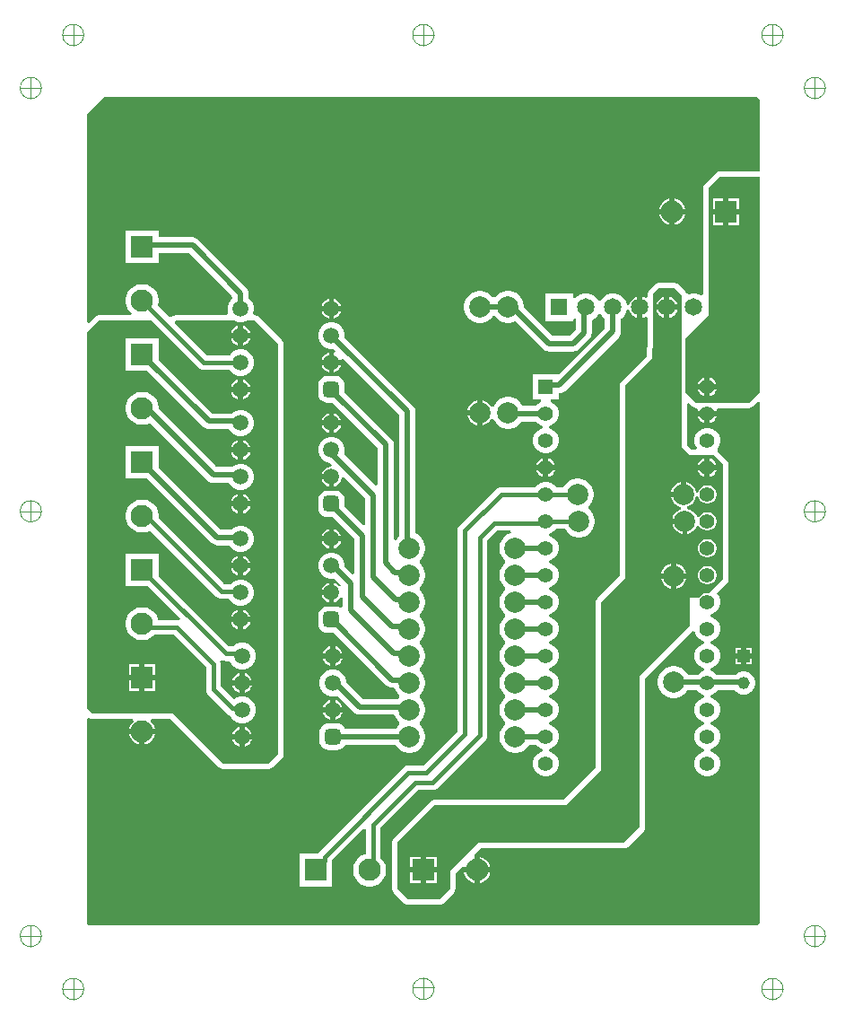
<source format=gbl>
G04*
G04 #@! TF.GenerationSoftware,Altium Limited,Altium Designer,25.2.1 (25)*
G04*
G04 Layer_Physical_Order=2*
G04 Layer_Color=16711680*
%FSLAX44Y44*%
%MOMM*%
G71*
G04*
G04 #@! TF.SameCoordinates,1C064638-B53A-42AB-B659-0CA3A7FDC49E*
G04*
G04*
G04 #@! TF.FilePolarity,Positive*
G04*
G01*
G75*
%ADD10C,0.0100*%
%ADD19C,1.1500*%
%ADD20R,1.1500X1.1500*%
%ADD23C,1.4140*%
%ADD24R,1.4140X1.4140*%
%ADD27R,2.1000X2.1000*%
%ADD28C,2.1000*%
%ADD29R,2.1000X2.1000*%
%ADD30C,2.0000*%
%ADD31C,1.6500*%
%ADD32R,1.6500X1.6500*%
%ADD33C,1.5000*%
G04:AMPARAMS|DCode=34|XSize=1.5mm|YSize=1.5mm|CornerRadius=0.375mm|HoleSize=0mm|Usage=FLASHONLY|Rotation=90.000|XOffset=0mm|YOffset=0mm|HoleType=Round|Shape=RoundedRectangle|*
%AMROUNDEDRECTD34*
21,1,1.5000,0.7500,0,0,90.0*
21,1,0.7500,1.5000,0,0,90.0*
1,1,0.7500,0.3750,0.3750*
1,1,0.7500,0.3750,-0.3750*
1,1,0.7500,-0.3750,-0.3750*
1,1,0.7500,-0.3750,0.3750*
%
%ADD34ROUNDEDRECTD34*%
%ADD35C,0.5000*%
%ADD36C,0.3810*%
G36*
X1775166Y1901143D02*
X1775477Y1901062D01*
X1776063Y1900802D01*
X1776598Y1900449D01*
X1777069Y1900013D01*
X1777461Y1899505D01*
X1777765Y1898940D01*
X1777973Y1898333D01*
X1778078Y1897701D01*
Y1831422D01*
X1778000Y1831358D01*
X1739900D01*
X1737949Y1830970D01*
X1736295Y1829865D01*
X1726135Y1819705D01*
X1725030Y1818051D01*
X1724642Y1816100D01*
Y1715557D01*
X1722642Y1714402D01*
X1720884Y1715417D01*
X1717514Y1716320D01*
X1714026D01*
X1711262Y1715580D01*
X1710138Y1715866D01*
X1709050Y1716451D01*
X1707945Y1718105D01*
X1701595Y1724455D01*
X1699941Y1725560D01*
X1697990Y1725948D01*
X1682750D01*
X1680799Y1725560D01*
X1679145Y1724455D01*
X1674065Y1719375D01*
X1672960Y1717721D01*
X1672572Y1715770D01*
Y1712653D01*
X1670572Y1711708D01*
X1668939Y1712651D01*
X1667470Y1713045D01*
Y1703070D01*
Y1693095D01*
X1668939Y1693489D01*
X1670572Y1694432D01*
X1672572Y1693487D01*
Y1674030D01*
X1671441Y1657060D01*
X1647395Y1633015D01*
X1646290Y1631361D01*
X1645902Y1629410D01*
Y1449912D01*
X1624535Y1428545D01*
X1623430Y1426891D01*
X1623042Y1424940D01*
Y1268302D01*
X1593008Y1238268D01*
X1470660D01*
X1468709Y1237880D01*
X1467055Y1236775D01*
X1432765Y1202485D01*
X1431660Y1200831D01*
X1431272Y1198880D01*
Y1154430D01*
X1431660Y1152479D01*
X1432765Y1150825D01*
X1442925Y1140665D01*
X1444579Y1139560D01*
X1446530Y1139172D01*
X1475740D01*
X1477691Y1139560D01*
X1479345Y1140665D01*
X1489505Y1150825D01*
X1490610Y1152479D01*
X1490998Y1154430D01*
Y1168828D01*
X1496942Y1174772D01*
X1497067Y1174710D01*
X1508800D01*
Y1186443D01*
X1508738Y1186568D01*
X1514682Y1192512D01*
X1649730D01*
X1651681Y1192900D01*
X1653335Y1194005D01*
X1668575Y1209245D01*
X1669680Y1210899D01*
X1670068Y1212850D01*
Y1352978D01*
X1714480Y1397390D01*
X1716711Y1396792D01*
X1717223Y1394881D01*
X1718812Y1392129D01*
X1721059Y1389882D01*
X1723811Y1388293D01*
X1725368Y1387875D01*
Y1385805D01*
X1723811Y1385387D01*
X1721059Y1383798D01*
X1718812Y1381551D01*
X1717223Y1378799D01*
X1716400Y1375729D01*
Y1372551D01*
X1717223Y1369481D01*
X1718812Y1366729D01*
X1721059Y1364482D01*
X1723811Y1362893D01*
X1725368Y1362475D01*
Y1360405D01*
X1723811Y1359987D01*
X1721059Y1358398D01*
X1719365Y1356705D01*
X1709973D01*
X1708371Y1359102D01*
X1706282Y1361191D01*
X1703825Y1362833D01*
X1701095Y1363963D01*
X1698197Y1364540D01*
X1695243D01*
X1692345Y1363963D01*
X1689615Y1362833D01*
X1687158Y1361191D01*
X1685069Y1359102D01*
X1683427Y1356645D01*
X1682296Y1353915D01*
X1681720Y1351017D01*
Y1348063D01*
X1682296Y1345165D01*
X1683427Y1342435D01*
X1685069Y1339978D01*
X1687158Y1337889D01*
X1689615Y1336247D01*
X1692345Y1335116D01*
X1695243Y1334540D01*
X1698197D01*
X1701095Y1335116D01*
X1703825Y1336247D01*
X1706282Y1337889D01*
X1708371Y1339978D01*
X1709438Y1341575D01*
X1718669D01*
X1718812Y1341329D01*
X1721059Y1339082D01*
X1723811Y1337493D01*
X1725368Y1337075D01*
Y1335005D01*
X1723811Y1334587D01*
X1721059Y1332998D01*
X1718812Y1330751D01*
X1717223Y1327999D01*
X1716400Y1324929D01*
Y1321751D01*
X1717223Y1318681D01*
X1718812Y1315929D01*
X1721059Y1313682D01*
X1723811Y1312093D01*
X1725368Y1311675D01*
Y1309605D01*
X1723811Y1309187D01*
X1721059Y1307598D01*
X1718812Y1305351D01*
X1717223Y1302599D01*
X1716400Y1299529D01*
Y1296351D01*
X1717223Y1293281D01*
X1718812Y1290529D01*
X1721059Y1288282D01*
X1723811Y1286693D01*
X1725368Y1286275D01*
Y1284205D01*
X1723811Y1283787D01*
X1721059Y1282198D01*
X1718812Y1279951D01*
X1717223Y1277199D01*
X1716400Y1274129D01*
Y1270951D01*
X1717223Y1267881D01*
X1718812Y1265129D01*
X1721059Y1262882D01*
X1723811Y1261293D01*
X1726881Y1260470D01*
X1730059D01*
X1733129Y1261293D01*
X1735881Y1262882D01*
X1738128Y1265129D01*
X1739717Y1267881D01*
X1740540Y1270951D01*
Y1274129D01*
X1739717Y1277199D01*
X1738128Y1279951D01*
X1735881Y1282198D01*
X1733129Y1283787D01*
X1731572Y1284205D01*
Y1286275D01*
X1733129Y1286693D01*
X1735881Y1288282D01*
X1738128Y1290529D01*
X1739717Y1293281D01*
X1740540Y1296351D01*
Y1299529D01*
X1739717Y1302599D01*
X1738128Y1305351D01*
X1735881Y1307598D01*
X1733129Y1309187D01*
X1731572Y1309605D01*
Y1311675D01*
X1733129Y1312093D01*
X1735881Y1313682D01*
X1738128Y1315929D01*
X1739717Y1318681D01*
X1740540Y1321751D01*
Y1324929D01*
X1739717Y1327999D01*
X1738128Y1330751D01*
X1735881Y1332998D01*
X1733129Y1334587D01*
X1731572Y1335005D01*
Y1337075D01*
X1733129Y1337493D01*
X1735881Y1339082D01*
X1738128Y1341329D01*
X1738271Y1341575D01*
X1754722D01*
X1756159Y1340138D01*
X1758611Y1338723D01*
X1761345Y1337990D01*
X1764175D01*
X1766909Y1338723D01*
X1769361Y1340138D01*
X1771362Y1342139D01*
X1772777Y1344591D01*
X1773510Y1347325D01*
Y1350155D01*
X1772777Y1352889D01*
X1771362Y1355341D01*
X1769361Y1357342D01*
X1766909Y1358757D01*
X1764175Y1359490D01*
X1761345D01*
X1758611Y1358757D01*
X1756159Y1357342D01*
X1755522Y1356705D01*
X1737575D01*
X1735881Y1358398D01*
X1733129Y1359987D01*
X1731572Y1360405D01*
Y1362475D01*
X1733129Y1362893D01*
X1735881Y1364482D01*
X1738128Y1366729D01*
X1739717Y1369481D01*
X1740540Y1372551D01*
Y1375729D01*
X1739717Y1378799D01*
X1738128Y1381551D01*
X1735881Y1383798D01*
X1733129Y1385387D01*
X1731572Y1385805D01*
Y1387875D01*
X1733129Y1388293D01*
X1735881Y1389882D01*
X1738128Y1392129D01*
X1739717Y1394881D01*
X1740540Y1397951D01*
Y1401129D01*
X1739717Y1404199D01*
X1738128Y1406951D01*
X1735881Y1409198D01*
X1733129Y1410787D01*
X1731572Y1411205D01*
Y1413275D01*
X1733129Y1413693D01*
X1735881Y1415282D01*
X1738128Y1417529D01*
X1739717Y1420281D01*
X1740540Y1423351D01*
Y1426529D01*
X1739717Y1429599D01*
X1738128Y1432351D01*
X1737435Y1433045D01*
X1747315Y1442925D01*
X1748420Y1444579D01*
X1748808Y1446530D01*
Y1554480D01*
X1748420Y1556431D01*
X1747315Y1558085D01*
X1738425Y1566975D01*
X1738172Y1567144D01*
X1737918Y1569719D01*
X1738128Y1569929D01*
X1739717Y1572681D01*
X1740540Y1575751D01*
Y1578929D01*
X1739717Y1581999D01*
X1738128Y1584751D01*
X1735881Y1586998D01*
X1733129Y1588587D01*
X1730059Y1589410D01*
X1726881D01*
X1723811Y1588587D01*
X1721059Y1586998D01*
X1718812Y1584751D01*
X1717223Y1581999D01*
X1716400Y1578929D01*
Y1575751D01*
X1717223Y1572681D01*
X1718500Y1570468D01*
X1717680Y1568468D01*
X1714072D01*
X1709438Y1573102D01*
Y1611949D01*
X1711286Y1612715D01*
X1714705Y1609295D01*
X1716359Y1608190D01*
X1718310Y1607802D01*
X1718848D01*
X1719867Y1605802D01*
X1719717Y1605240D01*
X1737223D01*
X1737073Y1605802D01*
X1738092Y1607802D01*
X1767840D01*
X1769791Y1608190D01*
X1771445Y1609295D01*
X1776230Y1614080D01*
X1778078Y1613315D01*
Y1123950D01*
Y1123633D01*
X1777975Y1123007D01*
X1777772Y1122407D01*
X1777475Y1121847D01*
X1777091Y1121342D01*
X1776630Y1120907D01*
X1776105Y1120552D01*
X1775529Y1120286D01*
X1775223Y1120202D01*
X1774892Y1120062D01*
X1144479Y1120062D01*
X1144239Y1120246D01*
X1142946Y1121480D01*
X1142922Y1121510D01*
Y1314923D01*
X1144922Y1315626D01*
X1146129Y1314820D01*
X1148080Y1314432D01*
X1185931D01*
X1186759Y1312432D01*
X1185042Y1310715D01*
X1183392Y1307857D01*
X1182766Y1305520D01*
X1195070D01*
X1207374D01*
X1206748Y1307857D01*
X1205098Y1310715D01*
X1203381Y1312432D01*
X1204209Y1314432D01*
X1222168D01*
X1267665Y1268935D01*
X1269319Y1267830D01*
X1271270Y1267442D01*
X1314450D01*
X1316401Y1267830D01*
X1318055Y1268935D01*
X1326963Y1277843D01*
X1328068Y1279497D01*
X1328456Y1281448D01*
Y1668762D01*
X1328068Y1670713D01*
X1326963Y1672367D01*
X1305355Y1693975D01*
X1303701Y1695080D01*
X1301750Y1695468D01*
X1300981D01*
X1299940Y1697468D01*
X1300660Y1700154D01*
Y1703446D01*
X1299808Y1706625D01*
X1298163Y1709475D01*
X1295835Y1711803D01*
X1295725Y1711866D01*
Y1715946D01*
X1295467Y1717903D01*
X1294711Y1719728D01*
X1293509Y1721295D01*
X1247965Y1766839D01*
X1246398Y1768041D01*
X1244574Y1768797D01*
X1242616Y1769055D01*
X1210570D01*
Y1775720D01*
X1179570D01*
Y1744720D01*
X1210570D01*
Y1753925D01*
X1239482D01*
X1279784Y1713623D01*
X1280485Y1711802D01*
X1278158Y1709475D01*
X1276512Y1706625D01*
X1275660Y1703446D01*
Y1700154D01*
X1276380Y1697468D01*
X1275339Y1695468D01*
X1226582D01*
X1224632Y1695080D01*
X1222978Y1693975D01*
X1220543Y1693796D01*
X1209818Y1704521D01*
X1209974Y1704899D01*
X1210570Y1707893D01*
Y1710947D01*
X1209974Y1713941D01*
X1208806Y1716762D01*
X1207110Y1719301D01*
X1204951Y1721460D01*
X1202412Y1723156D01*
X1199591Y1724324D01*
X1196597Y1724920D01*
X1193543D01*
X1190549Y1724324D01*
X1187728Y1723156D01*
X1185189Y1721460D01*
X1183030Y1719301D01*
X1181334Y1716762D01*
X1180166Y1713941D01*
X1179570Y1710947D01*
Y1707893D01*
X1180166Y1704899D01*
X1181334Y1702078D01*
X1183030Y1699539D01*
X1185102Y1697468D01*
X1185079Y1697093D01*
X1184452Y1695468D01*
X1154430D01*
X1152479Y1695080D01*
X1150825Y1693975D01*
X1144770Y1687920D01*
X1142922Y1688685D01*
Y1884840D01*
X1159350Y1901268D01*
X1774859D01*
X1775166Y1901143D01*
D02*
G37*
G36*
X1323358Y1668762D02*
Y1281448D01*
X1314450Y1272540D01*
X1271270D01*
X1224280Y1319530D01*
X1148080D01*
X1142922Y1324688D01*
X1142922Y1678862D01*
X1154430Y1690370D01*
X1204271D01*
X1248565Y1646075D01*
X1250008Y1644969D01*
X1251687Y1644273D01*
X1253490Y1644035D01*
X1277747D01*
X1278158Y1643325D01*
X1280485Y1640997D01*
X1283335Y1639352D01*
X1286514Y1638500D01*
X1289806D01*
X1292985Y1639352D01*
X1295835Y1640997D01*
X1298163Y1643325D01*
X1299808Y1646175D01*
X1300660Y1649354D01*
Y1652646D01*
X1299808Y1655825D01*
X1298163Y1658675D01*
X1295835Y1661003D01*
X1292985Y1662648D01*
X1289806Y1663500D01*
X1286514D01*
X1283335Y1662648D01*
X1280485Y1661003D01*
X1278158Y1658675D01*
X1277747Y1657965D01*
X1256375D01*
X1225817Y1688522D01*
X1226582Y1690370D01*
X1282957D01*
X1283335Y1690152D01*
X1286514Y1689300D01*
X1289806D01*
X1292985Y1690152D01*
X1293363Y1690370D01*
X1301750D01*
X1323358Y1668762D01*
D02*
G37*
G36*
X1778078Y1826182D02*
Y1623138D01*
X1767840Y1612900D01*
X1718310D01*
X1708150Y1623060D01*
Y1674016D01*
X1729740Y1695606D01*
Y1816100D01*
X1739900Y1826260D01*
X1778000D01*
X1778078Y1826182D01*
D02*
G37*
G36*
X1704340Y1714500D02*
Y1570990D01*
X1711960Y1563370D01*
X1734820D01*
X1743710Y1554480D01*
Y1446530D01*
X1730479Y1433299D01*
X1729601Y1433534D01*
X1727339D01*
X1725153Y1432948D01*
X1723193Y1431817D01*
X1721593Y1430217D01*
X1720746Y1428750D01*
X1711960D01*
Y1402080D01*
X1664970Y1355090D01*
Y1212850D01*
X1649730Y1197610D01*
X1512570D01*
X1485900Y1170940D01*
Y1154430D01*
X1475740Y1144270D01*
X1446530D01*
X1436370Y1154430D01*
Y1198880D01*
X1470660Y1233170D01*
X1595120D01*
X1628140Y1266190D01*
Y1424940D01*
X1651000Y1447800D01*
D01*
Y1629410D01*
X1676400Y1654810D01*
X1677670Y1673860D01*
Y1715770D01*
X1682750Y1720850D01*
X1697990D01*
X1704340Y1714500D01*
D02*
G37*
%LPC*%
G36*
X1697950Y1805544D02*
Y1795740D01*
X1707754D01*
X1707128Y1798077D01*
X1705478Y1800935D01*
X1703145Y1803268D01*
X1700287Y1804918D01*
X1697950Y1805544D01*
D02*
G37*
G36*
X1692950D02*
X1690613Y1804918D01*
X1687755Y1803268D01*
X1685422Y1800935D01*
X1683772Y1798077D01*
X1683146Y1795740D01*
X1692950D01*
Y1805544D01*
D02*
G37*
G36*
X1707754Y1790740D02*
X1697950D01*
Y1780936D01*
X1700287Y1781562D01*
X1703145Y1783212D01*
X1705478Y1785545D01*
X1707128Y1788403D01*
X1707754Y1790740D01*
D02*
G37*
G36*
X1692950D02*
X1683146D01*
X1683772Y1788403D01*
X1685422Y1785545D01*
X1687755Y1783212D01*
X1690613Y1781562D01*
X1692950Y1780936D01*
Y1790740D01*
D02*
G37*
G36*
X1541987Y1718540D02*
X1539033D01*
X1536135Y1717964D01*
X1533405Y1716833D01*
X1530948Y1715191D01*
X1528859Y1713102D01*
X1528378Y1712382D01*
X1525972D01*
X1525491Y1713102D01*
X1523402Y1715191D01*
X1520945Y1716833D01*
X1518215Y1717964D01*
X1515317Y1718540D01*
X1512363D01*
X1509465Y1717964D01*
X1506735Y1716833D01*
X1504278Y1715191D01*
X1502189Y1713102D01*
X1500547Y1710645D01*
X1499417Y1707915D01*
X1498840Y1705017D01*
Y1702063D01*
X1499417Y1699165D01*
X1500547Y1696435D01*
X1502189Y1693978D01*
X1504278Y1691889D01*
X1506735Y1690247D01*
X1509465Y1689117D01*
X1512363Y1688540D01*
X1515317D01*
X1518215Y1689117D01*
X1520945Y1690247D01*
X1523402Y1691889D01*
X1525491Y1693978D01*
X1525972Y1694698D01*
X1528378D01*
X1528859Y1693978D01*
X1530948Y1691889D01*
X1533405Y1690247D01*
X1536135Y1689117D01*
X1539033Y1688540D01*
X1541987D01*
X1544885Y1689117D01*
X1547296Y1690115D01*
X1573897Y1663513D01*
X1575464Y1662311D01*
X1577289Y1661556D01*
X1579246Y1661298D01*
X1579247Y1661298D01*
X1601553D01*
X1603510Y1661556D01*
X1605335Y1662311D01*
X1606902Y1663513D01*
X1617319Y1673931D01*
X1618521Y1675497D01*
X1619276Y1677322D01*
X1619534Y1679280D01*
Y1690867D01*
X1622306Y1692467D01*
X1624773Y1694934D01*
X1625715Y1696567D01*
X1628025D01*
X1628967Y1694934D01*
X1631434Y1692467D01*
X1632005Y1692138D01*
Y1683343D01*
X1589767Y1641105D01*
X1588140Y1640210D01*
Y1640210D01*
X1588140Y1640210D01*
X1564000D01*
Y1616070D01*
X1571456D01*
X1571719Y1614070D01*
X1571411Y1613987D01*
X1568659Y1612398D01*
X1566565Y1610305D01*
X1553944D01*
X1553803Y1610645D01*
X1552161Y1613102D01*
X1550072Y1615191D01*
X1547615Y1616833D01*
X1544885Y1617964D01*
X1541987Y1618540D01*
X1539033D01*
X1536135Y1617964D01*
X1533405Y1616833D01*
X1530948Y1615191D01*
X1528859Y1613102D01*
X1527217Y1610645D01*
X1526684Y1609358D01*
X1524459Y1609212D01*
X1523468Y1610928D01*
X1521228Y1613168D01*
X1518484Y1614752D01*
X1516340Y1615327D01*
Y1603540D01*
X1513840D01*
D01*
X1516340D01*
Y1591753D01*
X1518484Y1592328D01*
X1521228Y1593912D01*
X1523468Y1596152D01*
X1524459Y1597868D01*
X1526684Y1597722D01*
X1527217Y1596435D01*
X1528859Y1593978D01*
X1530948Y1591889D01*
X1533405Y1590247D01*
X1536135Y1589117D01*
X1539033Y1588540D01*
X1541987D01*
X1544885Y1589117D01*
X1547615Y1590247D01*
X1550072Y1591889D01*
X1552161Y1593978D01*
X1552961Y1595175D01*
X1566565D01*
X1568659Y1593082D01*
X1571411Y1591493D01*
X1572968Y1591075D01*
Y1589005D01*
X1571411Y1588587D01*
X1568659Y1586998D01*
X1566412Y1584751D01*
X1564823Y1581999D01*
X1564000Y1578929D01*
Y1575751D01*
X1564823Y1572681D01*
X1566412Y1569929D01*
X1568659Y1567682D01*
X1571411Y1566093D01*
X1574481Y1565270D01*
X1577659D01*
X1580729Y1566093D01*
X1583481Y1567682D01*
X1585728Y1569929D01*
X1587317Y1572681D01*
X1588140Y1575751D01*
Y1578929D01*
X1587317Y1581999D01*
X1585728Y1584751D01*
X1583481Y1586998D01*
X1580729Y1588587D01*
X1579171Y1589005D01*
Y1591075D01*
X1580729Y1591493D01*
X1583481Y1593082D01*
X1585728Y1595329D01*
X1587317Y1598081D01*
X1588140Y1601151D01*
Y1604329D01*
X1587317Y1607399D01*
X1585728Y1610151D01*
X1583481Y1612398D01*
X1580729Y1613987D01*
X1580421Y1614070D01*
X1580684Y1616070D01*
X1588140D01*
Y1621845D01*
X1588770D01*
X1590728Y1622103D01*
X1592552Y1622859D01*
X1594119Y1624061D01*
X1644919Y1674861D01*
X1646121Y1676428D01*
X1646877Y1678252D01*
X1647135Y1680210D01*
Y1692138D01*
X1647706Y1692467D01*
X1650173Y1694934D01*
X1651917Y1697956D01*
X1652820Y1701326D01*
X1654803Y1701286D01*
X1655389Y1699101D01*
X1656742Y1696757D01*
X1658657Y1694842D01*
X1661001Y1693489D01*
X1662470Y1693095D01*
Y1703070D01*
Y1713045D01*
X1661001Y1712651D01*
X1658657Y1711298D01*
X1656742Y1709383D01*
X1655389Y1707039D01*
X1654803Y1704854D01*
X1652820Y1704814D01*
X1651917Y1708184D01*
X1650173Y1711206D01*
X1647706Y1713673D01*
X1644684Y1715417D01*
X1641314Y1716320D01*
X1637826D01*
X1634456Y1715417D01*
X1631434Y1713673D01*
X1628967Y1711206D01*
X1628025Y1709573D01*
X1625715D01*
X1624773Y1711206D01*
X1622306Y1713673D01*
X1619284Y1715417D01*
X1615914Y1716320D01*
X1612426D01*
X1609056Y1715417D01*
X1606034Y1713673D01*
X1604020Y1711658D01*
X1602020Y1712298D01*
Y1716320D01*
X1575520D01*
Y1689820D01*
X1602020D01*
Y1691770D01*
X1604020Y1692786D01*
X1604405Y1692505D01*
Y1682413D01*
X1598419Y1676427D01*
X1582380D01*
X1555510Y1703297D01*
Y1705017D01*
X1554933Y1707915D01*
X1553803Y1710645D01*
X1552161Y1713102D01*
X1550072Y1715191D01*
X1547615Y1716833D01*
X1544885Y1717964D01*
X1541987Y1718540D01*
D02*
G37*
G36*
X1376260Y1710998D02*
Y1704300D01*
X1382958D01*
X1382642Y1705479D01*
X1381387Y1707653D01*
X1379613Y1709427D01*
X1377439Y1710682D01*
X1376260Y1710998D01*
D02*
G37*
G36*
X1371260D02*
X1370081Y1710682D01*
X1367907Y1709427D01*
X1366133Y1707653D01*
X1364878Y1705479D01*
X1364562Y1704300D01*
X1371260D01*
Y1710998D01*
D02*
G37*
G36*
X1382958Y1699300D02*
X1376260D01*
Y1692602D01*
X1377439Y1692918D01*
X1379613Y1694173D01*
X1381387Y1695947D01*
X1382642Y1698121D01*
X1382958Y1699300D01*
D02*
G37*
G36*
X1371260D02*
X1364562D01*
X1364878Y1698121D01*
X1366133Y1695947D01*
X1367907Y1694173D01*
X1370081Y1692918D01*
X1371260Y1692602D01*
Y1699300D01*
D02*
G37*
G36*
X1375406Y1688900D02*
X1372114D01*
X1368935Y1688048D01*
X1366085Y1686402D01*
X1363757Y1684075D01*
X1362112Y1681225D01*
X1361260Y1678046D01*
Y1674754D01*
X1362112Y1671575D01*
X1363757Y1668725D01*
X1366085Y1666398D01*
X1368935Y1664752D01*
X1372114Y1663900D01*
X1375406D01*
X1375529Y1663933D01*
X1377534Y1661927D01*
X1376499Y1660134D01*
X1376260Y1660198D01*
Y1653500D01*
X1382958D01*
X1382894Y1653739D01*
X1384687Y1654774D01*
X1437695Y1601767D01*
Y1487319D01*
X1435679Y1485302D01*
X1434505Y1483545D01*
X1432505Y1484152D01*
Y1573743D01*
X1432247Y1575701D01*
X1431491Y1577526D01*
X1430289Y1579093D01*
X1386335Y1623046D01*
Y1629350D01*
X1386035Y1631634D01*
X1385153Y1633763D01*
X1383750Y1635591D01*
X1381923Y1636993D01*
X1379794Y1637875D01*
X1377510Y1638176D01*
X1370010D01*
X1367726Y1637875D01*
X1365597Y1636993D01*
X1363769Y1635591D01*
X1362367Y1633763D01*
X1361485Y1631634D01*
X1361185Y1629350D01*
Y1621850D01*
X1361485Y1619566D01*
X1362367Y1617437D01*
X1363769Y1615609D01*
X1365597Y1614207D01*
X1367726Y1613325D01*
X1370010Y1613024D01*
X1374961D01*
X1417375Y1570610D01*
Y1535440D01*
X1415527Y1534675D01*
X1385655Y1564547D01*
X1386260Y1566804D01*
Y1570096D01*
X1385408Y1573275D01*
X1383763Y1576125D01*
X1381435Y1578452D01*
X1378585Y1580098D01*
X1375406Y1580950D01*
X1372114D01*
X1368935Y1580098D01*
X1366085Y1578452D01*
X1363757Y1576125D01*
X1362112Y1573275D01*
X1361260Y1570096D01*
Y1566804D01*
X1362112Y1563625D01*
X1363757Y1560775D01*
X1366085Y1558448D01*
X1368935Y1556802D01*
X1372114Y1555950D01*
X1372856D01*
X1374224Y1554582D01*
X1373395Y1552582D01*
X1372505D01*
X1370081Y1551932D01*
X1367907Y1550677D01*
X1366133Y1548903D01*
X1364878Y1546729D01*
X1364562Y1545550D01*
X1373760D01*
Y1543050D01*
X1376260D01*
Y1533852D01*
X1377439Y1534168D01*
X1379613Y1535423D01*
X1381387Y1537197D01*
X1382642Y1539371D01*
X1383292Y1541795D01*
Y1542686D01*
X1385292Y1543514D01*
X1405945Y1522861D01*
Y1498099D01*
X1404097Y1497334D01*
X1386335Y1515096D01*
Y1521400D01*
X1386035Y1523684D01*
X1385153Y1525813D01*
X1383750Y1527641D01*
X1381923Y1529043D01*
X1379794Y1529925D01*
X1377510Y1530226D01*
X1370010D01*
X1367726Y1529925D01*
X1365597Y1529043D01*
X1363769Y1527641D01*
X1362367Y1525813D01*
X1361485Y1523684D01*
X1361185Y1521400D01*
Y1513900D01*
X1361485Y1511616D01*
X1362367Y1509487D01*
X1363769Y1507659D01*
X1365597Y1506257D01*
X1367726Y1505375D01*
X1370010Y1505074D01*
X1374961D01*
X1395785Y1484250D01*
Y1452166D01*
X1393938Y1451401D01*
X1386260Y1459078D01*
Y1460876D01*
X1385408Y1464055D01*
X1383763Y1466905D01*
X1381435Y1469232D01*
X1378585Y1470878D01*
X1375406Y1471730D01*
X1372114D01*
X1368935Y1470878D01*
X1366085Y1469232D01*
X1363757Y1466905D01*
X1362112Y1464055D01*
X1361260Y1460876D01*
Y1457584D01*
X1362112Y1454405D01*
X1363757Y1451555D01*
X1366085Y1449227D01*
X1368935Y1447582D01*
X1372114Y1446730D01*
X1375406D01*
X1376830Y1447112D01*
X1383546Y1440396D01*
X1383464Y1440087D01*
X1381757Y1439755D01*
X1381308Y1439762D01*
X1379613Y1441458D01*
X1377439Y1442712D01*
X1376260Y1443028D01*
Y1433830D01*
Y1424632D01*
X1377439Y1424948D01*
X1379613Y1426203D01*
X1381387Y1427977D01*
X1382355Y1429654D01*
X1384355Y1429118D01*
Y1420477D01*
X1382355Y1419491D01*
X1381923Y1419823D01*
X1379794Y1420705D01*
X1377510Y1421006D01*
X1370010D01*
X1367726Y1420705D01*
X1365597Y1419823D01*
X1363769Y1418421D01*
X1362367Y1416593D01*
X1361485Y1414464D01*
X1361185Y1412180D01*
Y1404680D01*
X1361485Y1402396D01*
X1362367Y1400267D01*
X1363769Y1398439D01*
X1365597Y1397037D01*
X1367726Y1396155D01*
X1370010Y1395854D01*
X1376314D01*
X1425907Y1346261D01*
X1427474Y1345059D01*
X1429299Y1344303D01*
X1431256Y1344045D01*
X1433039D01*
X1434037Y1341635D01*
X1435679Y1339178D01*
X1437583Y1337273D01*
X1437841Y1336356D01*
Y1335724D01*
X1437583Y1334807D01*
X1436552Y1333775D01*
X1403399D01*
X1387530Y1349644D01*
Y1350386D01*
X1386678Y1353565D01*
X1385033Y1356415D01*
X1382705Y1358743D01*
X1379855Y1360388D01*
X1376676Y1361240D01*
X1373384D01*
X1370205Y1360388D01*
X1367355Y1358743D01*
X1365027Y1356415D01*
X1363382Y1353565D01*
X1362530Y1350386D01*
Y1347094D01*
X1363382Y1343915D01*
X1365027Y1341065D01*
X1367355Y1338737D01*
X1370205Y1337092D01*
X1373384Y1336240D01*
X1376676D01*
X1378933Y1336845D01*
X1394917Y1320861D01*
X1394917Y1320861D01*
X1396483Y1319659D01*
X1398308Y1318903D01*
X1400266Y1318645D01*
X1400266Y1318645D01*
X1433039D01*
X1434037Y1316235D01*
X1435679Y1313778D01*
X1437583Y1311873D01*
X1437841Y1310956D01*
Y1310324D01*
X1437583Y1309407D01*
X1435679Y1307502D01*
X1434344Y1305505D01*
X1386671D01*
X1386423Y1306103D01*
X1385020Y1307931D01*
X1383193Y1309333D01*
X1381064Y1310215D01*
X1378780Y1310515D01*
X1371280D01*
X1368996Y1310215D01*
X1366867Y1309333D01*
X1365039Y1307931D01*
X1363637Y1306103D01*
X1362755Y1303974D01*
X1362455Y1301690D01*
Y1294190D01*
X1362755Y1291906D01*
X1363637Y1289777D01*
X1365039Y1287949D01*
X1366867Y1286547D01*
X1368996Y1285665D01*
X1371280Y1285365D01*
X1378780D01*
X1381064Y1285665D01*
X1383193Y1286547D01*
X1385020Y1287949D01*
X1386423Y1289777D01*
X1386671Y1290375D01*
X1434344D01*
X1435679Y1288378D01*
X1437768Y1286289D01*
X1440225Y1284647D01*
X1442955Y1283517D01*
X1445853Y1282940D01*
X1448807D01*
X1451705Y1283517D01*
X1454435Y1284647D01*
X1456892Y1286289D01*
X1458981Y1288378D01*
X1460623Y1290835D01*
X1461754Y1293565D01*
X1462330Y1296463D01*
Y1299417D01*
X1461754Y1302315D01*
X1460623Y1305045D01*
X1458981Y1307502D01*
X1457077Y1309407D01*
X1456819Y1310324D01*
Y1310956D01*
X1457077Y1311873D01*
X1458981Y1313778D01*
X1460623Y1316235D01*
X1461754Y1318965D01*
X1462330Y1321863D01*
Y1324817D01*
X1461754Y1327715D01*
X1460623Y1330445D01*
X1458981Y1332902D01*
X1457077Y1334807D01*
X1456819Y1335724D01*
Y1336356D01*
X1457077Y1337273D01*
X1458981Y1339178D01*
X1460623Y1341635D01*
X1461754Y1344365D01*
X1462330Y1347263D01*
Y1350217D01*
X1461754Y1353115D01*
X1460623Y1355845D01*
X1458981Y1358302D01*
X1457077Y1360207D01*
X1456819Y1361124D01*
Y1361756D01*
X1457077Y1362673D01*
X1458981Y1364578D01*
X1460623Y1367035D01*
X1461754Y1369765D01*
X1462330Y1372663D01*
Y1375617D01*
X1461754Y1378515D01*
X1460623Y1381245D01*
X1458981Y1383702D01*
X1457077Y1385607D01*
X1456819Y1386524D01*
Y1387156D01*
X1457077Y1388073D01*
X1458981Y1389978D01*
X1460623Y1392435D01*
X1461754Y1395165D01*
X1462330Y1398063D01*
Y1401017D01*
X1461754Y1403915D01*
X1460623Y1406645D01*
X1458981Y1409102D01*
X1457077Y1411007D01*
X1456819Y1411924D01*
Y1412556D01*
X1457077Y1413473D01*
X1458981Y1415378D01*
X1460623Y1417835D01*
X1461754Y1420565D01*
X1462330Y1423463D01*
Y1426417D01*
X1461754Y1429315D01*
X1460623Y1432045D01*
X1458981Y1434502D01*
X1457077Y1436407D01*
X1456819Y1437324D01*
Y1437956D01*
X1457077Y1438873D01*
X1458981Y1440778D01*
X1460623Y1443235D01*
X1461754Y1445965D01*
X1462330Y1448863D01*
Y1451817D01*
X1461754Y1454715D01*
X1460623Y1457445D01*
X1458981Y1459902D01*
X1457077Y1461807D01*
X1456819Y1462724D01*
Y1463356D01*
X1457077Y1464273D01*
X1458981Y1466178D01*
X1460623Y1468635D01*
X1461754Y1471365D01*
X1462330Y1474263D01*
Y1477217D01*
X1461754Y1480115D01*
X1460623Y1482845D01*
X1458981Y1485302D01*
X1456892Y1487391D01*
X1454435Y1489033D01*
X1452825Y1489700D01*
Y1604900D01*
X1452567Y1606858D01*
X1451811Y1608682D01*
X1450609Y1610249D01*
X1386227Y1674631D01*
X1386260Y1674754D01*
Y1678046D01*
X1385408Y1681225D01*
X1383763Y1684075D01*
X1381435Y1686402D01*
X1378585Y1688048D01*
X1375406Y1688900D01*
D02*
G37*
G36*
X1371260Y1660198D02*
X1370081Y1659882D01*
X1367907Y1658627D01*
X1366133Y1656853D01*
X1364878Y1654679D01*
X1364562Y1653500D01*
X1371260D01*
Y1660198D01*
D02*
G37*
G36*
X1382958Y1648500D02*
X1376260D01*
Y1641802D01*
X1377439Y1642118D01*
X1379613Y1643372D01*
X1381387Y1645147D01*
X1382642Y1647321D01*
X1382958Y1648500D01*
D02*
G37*
G36*
X1371260D02*
X1364562D01*
X1364878Y1647321D01*
X1366133Y1645147D01*
X1367907Y1643372D01*
X1370081Y1642118D01*
X1371260Y1641802D01*
Y1648500D01*
D02*
G37*
G36*
X1511340Y1615327D02*
X1509196Y1614752D01*
X1506452Y1613168D01*
X1504212Y1610928D01*
X1502628Y1608184D01*
X1502053Y1606040D01*
X1511340D01*
Y1615327D01*
D02*
G37*
G36*
X1376260Y1603048D02*
Y1596350D01*
X1382958D01*
X1382642Y1597529D01*
X1381387Y1599703D01*
X1379613Y1601478D01*
X1377439Y1602732D01*
X1376260Y1603048D01*
D02*
G37*
G36*
X1371260D02*
X1370081Y1602732D01*
X1367907Y1601478D01*
X1366133Y1599703D01*
X1364878Y1597529D01*
X1364562Y1596350D01*
X1371260D01*
Y1603048D01*
D02*
G37*
G36*
X1737223Y1600240D02*
X1730970D01*
Y1593987D01*
X1731983Y1594258D01*
X1734059Y1595457D01*
X1735753Y1597151D01*
X1736952Y1599227D01*
X1737223Y1600240D01*
D02*
G37*
G36*
X1725970D02*
X1719717D01*
X1719988Y1599227D01*
X1721187Y1597151D01*
X1722881Y1595457D01*
X1724957Y1594258D01*
X1725970Y1593987D01*
Y1600240D01*
D02*
G37*
G36*
X1511340Y1601040D02*
X1502053D01*
X1502628Y1598896D01*
X1504212Y1596152D01*
X1506452Y1593912D01*
X1509196Y1592328D01*
X1511340Y1591753D01*
Y1601040D01*
D02*
G37*
G36*
X1382958Y1591350D02*
X1376260D01*
Y1584652D01*
X1377439Y1584968D01*
X1379613Y1586223D01*
X1381387Y1587997D01*
X1382642Y1590171D01*
X1382958Y1591350D01*
D02*
G37*
G36*
X1371260D02*
X1364562D01*
X1364878Y1590171D01*
X1366133Y1587997D01*
X1367907Y1586223D01*
X1370081Y1584968D01*
X1371260Y1584652D01*
Y1591350D01*
D02*
G37*
G36*
X1578570Y1560693D02*
Y1554440D01*
X1584823D01*
X1584552Y1555453D01*
X1583353Y1557529D01*
X1581659Y1559223D01*
X1579583Y1560422D01*
X1578570Y1560693D01*
D02*
G37*
G36*
X1573570D02*
X1572557Y1560422D01*
X1570481Y1559223D01*
X1568787Y1557529D01*
X1567588Y1555453D01*
X1567317Y1554440D01*
X1573570D01*
Y1560693D01*
D02*
G37*
G36*
X1584823Y1549440D02*
X1578570D01*
Y1543187D01*
X1579583Y1543458D01*
X1581659Y1544657D01*
X1583353Y1546351D01*
X1584552Y1548427D01*
X1584823Y1549440D01*
D02*
G37*
G36*
X1573570D02*
X1567317D01*
X1567588Y1548427D01*
X1568787Y1546351D01*
X1570481Y1544657D01*
X1572557Y1543458D01*
X1573570Y1543187D01*
Y1549440D01*
D02*
G37*
G36*
X1371260Y1540550D02*
X1364562D01*
X1364878Y1539371D01*
X1366133Y1537197D01*
X1367907Y1535423D01*
X1370081Y1534168D01*
X1371260Y1533852D01*
Y1540550D01*
D02*
G37*
G36*
X1607557Y1541540D02*
X1604603D01*
X1601705Y1540963D01*
X1598975Y1539833D01*
X1596518Y1538191D01*
X1594429Y1536102D01*
X1592787Y1533645D01*
X1592729Y1533505D01*
X1585986D01*
X1585728Y1533951D01*
X1583481Y1536198D01*
X1580729Y1537787D01*
X1577659Y1538610D01*
X1574481D01*
X1571411Y1537787D01*
X1568659Y1536198D01*
X1566412Y1533951D01*
X1566154Y1533505D01*
X1534160D01*
X1532357Y1533267D01*
X1530678Y1532572D01*
X1529235Y1531465D01*
X1494945Y1497175D01*
X1493839Y1495732D01*
X1493143Y1494053D01*
X1492905Y1492250D01*
Y1303365D01*
X1460155Y1270615D01*
X1446530D01*
X1444727Y1270377D01*
X1443048Y1269681D01*
X1441605Y1268575D01*
X1362570Y1189540D01*
X1361463Y1188097D01*
X1361303Y1187710D01*
X1343400D01*
Y1156710D01*
X1374400D01*
Y1180352D01*
X1374460Y1180805D01*
Y1181730D01*
X1404177Y1211447D01*
X1406025Y1210682D01*
Y1187283D01*
X1405179Y1187114D01*
X1402358Y1185946D01*
X1399819Y1184250D01*
X1397660Y1182091D01*
X1395964Y1179552D01*
X1394796Y1176731D01*
X1394200Y1173737D01*
Y1170683D01*
X1394796Y1167689D01*
X1395964Y1164868D01*
X1397660Y1162329D01*
X1399819Y1160170D01*
X1402358Y1158474D01*
X1405179Y1157306D01*
X1408173Y1156710D01*
X1411227D01*
X1414221Y1157306D01*
X1417042Y1158474D01*
X1419581Y1160170D01*
X1421740Y1162329D01*
X1423436Y1164868D01*
X1424604Y1167689D01*
X1425200Y1170683D01*
Y1173737D01*
X1424604Y1176731D01*
X1423436Y1179552D01*
X1421740Y1182091D01*
X1419954Y1183877D01*
Y1211984D01*
X1455765Y1247795D01*
X1469390D01*
X1471193Y1248033D01*
X1472872Y1248728D01*
X1474315Y1249835D01*
X1518765Y1294285D01*
X1519872Y1295728D01*
X1520567Y1297407D01*
X1520805Y1299210D01*
Y1482928D01*
X1530075Y1492199D01*
X1542935D01*
X1543132Y1490199D01*
X1542955Y1490164D01*
X1540225Y1489033D01*
X1537768Y1487391D01*
X1535679Y1485302D01*
X1534037Y1482845D01*
X1532906Y1480115D01*
X1532330Y1477217D01*
Y1474263D01*
X1532906Y1471365D01*
X1534037Y1468635D01*
X1535679Y1466178D01*
X1537583Y1464273D01*
X1537841Y1463356D01*
Y1462724D01*
X1537583Y1461807D01*
X1535679Y1459902D01*
X1534037Y1457445D01*
X1532906Y1454715D01*
X1532330Y1451817D01*
Y1448863D01*
X1532906Y1445965D01*
X1534037Y1443235D01*
X1535679Y1440778D01*
X1537583Y1438873D01*
X1537841Y1437956D01*
Y1437324D01*
X1537583Y1436407D01*
X1535679Y1434502D01*
X1534037Y1432045D01*
X1532906Y1429315D01*
X1532330Y1426417D01*
Y1423463D01*
X1532906Y1420565D01*
X1534037Y1417835D01*
X1535679Y1415378D01*
X1537583Y1413473D01*
X1537841Y1412556D01*
Y1411924D01*
X1537583Y1411007D01*
X1535679Y1409102D01*
X1534037Y1406645D01*
X1532906Y1403915D01*
X1532330Y1401017D01*
Y1398063D01*
X1532906Y1395165D01*
X1534037Y1392435D01*
X1535679Y1389978D01*
X1537583Y1388073D01*
X1537841Y1387156D01*
Y1386524D01*
X1537583Y1385607D01*
X1535679Y1383702D01*
X1534037Y1381245D01*
X1532906Y1378515D01*
X1532330Y1375617D01*
Y1372663D01*
X1532906Y1369765D01*
X1534037Y1367035D01*
X1535679Y1364578D01*
X1537583Y1362673D01*
X1537841Y1361756D01*
Y1361124D01*
X1537583Y1360207D01*
X1535679Y1358302D01*
X1534037Y1355845D01*
X1532906Y1353115D01*
X1532330Y1350217D01*
Y1347263D01*
X1532906Y1344365D01*
X1534037Y1341635D01*
X1535679Y1339178D01*
X1537583Y1337273D01*
X1537841Y1336356D01*
Y1335724D01*
X1537583Y1334807D01*
X1535679Y1332902D01*
X1534037Y1330445D01*
X1532906Y1327715D01*
X1532330Y1324817D01*
Y1321863D01*
X1532906Y1318965D01*
X1534037Y1316235D01*
X1535679Y1313778D01*
X1537583Y1311873D01*
X1537841Y1310956D01*
Y1310324D01*
X1537583Y1309407D01*
X1535679Y1307502D01*
X1534037Y1305045D01*
X1532906Y1302315D01*
X1532330Y1299417D01*
Y1296463D01*
X1532906Y1293565D01*
X1534037Y1290835D01*
X1535679Y1288378D01*
X1537768Y1286289D01*
X1540225Y1284647D01*
X1542955Y1283517D01*
X1545853Y1282940D01*
X1548807D01*
X1551705Y1283517D01*
X1554435Y1284647D01*
X1556892Y1286289D01*
X1558981Y1288378D01*
X1560316Y1290375D01*
X1566565D01*
X1568659Y1288282D01*
X1571411Y1286693D01*
X1572968Y1286275D01*
Y1284205D01*
X1571411Y1283787D01*
X1568659Y1282198D01*
X1566412Y1279951D01*
X1564823Y1277199D01*
X1564000Y1274129D01*
Y1270951D01*
X1564823Y1267881D01*
X1566412Y1265129D01*
X1568659Y1262882D01*
X1571411Y1261293D01*
X1574481Y1260470D01*
X1577659D01*
X1580729Y1261293D01*
X1583481Y1262882D01*
X1585728Y1265129D01*
X1587317Y1267881D01*
X1588140Y1270951D01*
Y1274129D01*
X1587317Y1277199D01*
X1585728Y1279951D01*
X1583481Y1282198D01*
X1580729Y1283787D01*
X1579171Y1284205D01*
Y1286275D01*
X1580729Y1286693D01*
X1583481Y1288282D01*
X1585728Y1290529D01*
X1587317Y1293281D01*
X1588140Y1296351D01*
Y1299529D01*
X1587317Y1302599D01*
X1585728Y1305351D01*
X1583481Y1307598D01*
X1580729Y1309187D01*
X1579171Y1309605D01*
Y1311675D01*
X1580729Y1312093D01*
X1583481Y1313682D01*
X1585728Y1315929D01*
X1587317Y1318681D01*
X1588140Y1321751D01*
Y1324929D01*
X1587317Y1327999D01*
X1585728Y1330751D01*
X1583481Y1332998D01*
X1580729Y1334587D01*
X1579171Y1335005D01*
Y1337075D01*
X1580729Y1337493D01*
X1583481Y1339082D01*
X1585728Y1341329D01*
X1587317Y1344081D01*
X1588140Y1347151D01*
Y1350329D01*
X1587317Y1353399D01*
X1585728Y1356151D01*
X1583481Y1358398D01*
X1580729Y1359987D01*
X1579171Y1360405D01*
Y1362475D01*
X1580729Y1362893D01*
X1583481Y1364482D01*
X1585728Y1366729D01*
X1587317Y1369481D01*
X1588140Y1372551D01*
Y1375729D01*
X1587317Y1378799D01*
X1585728Y1381551D01*
X1583481Y1383798D01*
X1580729Y1385387D01*
X1579171Y1385805D01*
Y1387875D01*
X1580729Y1388293D01*
X1583481Y1389882D01*
X1585728Y1392129D01*
X1587317Y1394881D01*
X1588140Y1397951D01*
Y1401129D01*
X1587317Y1404199D01*
X1585728Y1406951D01*
X1583481Y1409198D01*
X1580729Y1410787D01*
X1579171Y1411205D01*
Y1413275D01*
X1580729Y1413693D01*
X1583481Y1415282D01*
X1585728Y1417529D01*
X1587317Y1420281D01*
X1588140Y1423351D01*
Y1426529D01*
X1587317Y1429599D01*
X1585728Y1432351D01*
X1583481Y1434598D01*
X1580729Y1436187D01*
X1579171Y1436605D01*
Y1438675D01*
X1580729Y1439093D01*
X1583481Y1440682D01*
X1585728Y1442929D01*
X1587317Y1445681D01*
X1588140Y1448751D01*
Y1451929D01*
X1587317Y1454999D01*
X1585728Y1457751D01*
X1583481Y1459998D01*
X1580729Y1461587D01*
X1579171Y1462005D01*
Y1464075D01*
X1580729Y1464493D01*
X1583481Y1466082D01*
X1585728Y1468329D01*
X1587317Y1471081D01*
X1588140Y1474151D01*
Y1477329D01*
X1587317Y1480399D01*
X1585728Y1483151D01*
X1583481Y1485398D01*
X1580729Y1486987D01*
X1579171Y1487405D01*
Y1489475D01*
X1580729Y1489893D01*
X1583481Y1491482D01*
X1585728Y1493729D01*
X1585986Y1494175D01*
X1593999D01*
X1594057Y1494035D01*
X1595699Y1491578D01*
X1597788Y1489489D01*
X1600245Y1487847D01*
X1602975Y1486716D01*
X1605873Y1486140D01*
X1608827D01*
X1611725Y1486716D01*
X1614455Y1487847D01*
X1616912Y1489489D01*
X1619001Y1491578D01*
X1620643Y1494035D01*
X1621774Y1496765D01*
X1622350Y1499663D01*
Y1502617D01*
X1621774Y1505515D01*
X1620643Y1508245D01*
X1619001Y1510702D01*
X1616912Y1512791D01*
X1616336Y1513176D01*
X1616335Y1515582D01*
X1617731Y1516978D01*
X1619373Y1519435D01*
X1620504Y1522165D01*
X1621080Y1525063D01*
Y1528017D01*
X1620504Y1530915D01*
X1619373Y1533645D01*
X1617731Y1536102D01*
X1615642Y1538191D01*
X1613185Y1539833D01*
X1610455Y1540963D01*
X1607557Y1541540D01*
D02*
G37*
G36*
X1376260Y1493828D02*
Y1487130D01*
X1382958D01*
X1382642Y1488309D01*
X1381387Y1490483D01*
X1379613Y1492258D01*
X1377439Y1493512D01*
X1376260Y1493828D01*
D02*
G37*
G36*
X1371260D02*
X1370081Y1493512D01*
X1367907Y1492258D01*
X1366133Y1490483D01*
X1364878Y1488309D01*
X1364562Y1487130D01*
X1371260D01*
Y1493828D01*
D02*
G37*
G36*
X1382958Y1482130D02*
X1376260D01*
Y1475432D01*
X1377439Y1475748D01*
X1379613Y1477003D01*
X1381387Y1478777D01*
X1382642Y1480951D01*
X1382958Y1482130D01*
D02*
G37*
G36*
X1371260D02*
X1364562D01*
X1364878Y1480951D01*
X1366133Y1478777D01*
X1367907Y1477003D01*
X1370081Y1475748D01*
X1371260Y1475432D01*
Y1482130D01*
D02*
G37*
G36*
Y1443028D02*
X1370081Y1442712D01*
X1367907Y1441458D01*
X1366133Y1439683D01*
X1364878Y1437509D01*
X1364562Y1436330D01*
X1371260D01*
Y1443028D01*
D02*
G37*
G36*
Y1431330D02*
X1364562D01*
X1364878Y1430151D01*
X1366133Y1427977D01*
X1367907Y1426203D01*
X1370081Y1424948D01*
X1371260Y1424632D01*
Y1431330D01*
D02*
G37*
G36*
X1770542Y1381922D02*
X1765260D01*
Y1376640D01*
X1770542D01*
Y1381922D01*
D02*
G37*
G36*
X1760260D02*
X1754978D01*
Y1376640D01*
X1760260D01*
Y1381922D01*
D02*
G37*
G36*
X1377530Y1383338D02*
Y1376640D01*
X1384228D01*
X1383912Y1377819D01*
X1382657Y1379993D01*
X1380883Y1381767D01*
X1378709Y1383022D01*
X1377530Y1383338D01*
D02*
G37*
G36*
X1372530D02*
X1371351Y1383022D01*
X1369177Y1381767D01*
X1367402Y1379993D01*
X1366148Y1377819D01*
X1365832Y1376640D01*
X1372530D01*
Y1383338D01*
D02*
G37*
G36*
X1770542Y1371640D02*
X1765260D01*
Y1366358D01*
X1770542D01*
Y1371640D01*
D02*
G37*
G36*
X1760260D02*
X1754978D01*
Y1366358D01*
X1760260D01*
Y1371640D01*
D02*
G37*
G36*
X1384228Y1371640D02*
X1377530D01*
Y1364942D01*
X1378709Y1365258D01*
X1380883Y1366512D01*
X1382657Y1368287D01*
X1383912Y1370461D01*
X1384228Y1371640D01*
D02*
G37*
G36*
X1372530D02*
X1365832D01*
X1366148Y1370461D01*
X1367402Y1368287D01*
X1369177Y1366512D01*
X1371351Y1365258D01*
X1372530Y1364942D01*
Y1371640D01*
D02*
G37*
G36*
X1377530Y1332538D02*
Y1325840D01*
X1384228D01*
X1383912Y1327019D01*
X1382657Y1329193D01*
X1380883Y1330968D01*
X1378709Y1332222D01*
X1377530Y1332538D01*
D02*
G37*
G36*
X1372530D02*
X1371351Y1332222D01*
X1369177Y1330968D01*
X1367402Y1329193D01*
X1366148Y1327019D01*
X1365832Y1325840D01*
X1372530D01*
Y1332538D01*
D02*
G37*
G36*
X1384228Y1320840D02*
X1377530D01*
Y1314142D01*
X1378709Y1314458D01*
X1380883Y1315712D01*
X1382657Y1317487D01*
X1383912Y1319661D01*
X1384228Y1320840D01*
D02*
G37*
G36*
X1372530D02*
X1365832D01*
X1366148Y1319661D01*
X1367402Y1317487D01*
X1369177Y1315712D01*
X1371351Y1314458D01*
X1372530Y1314142D01*
Y1320840D01*
D02*
G37*
G36*
X1207374Y1300520D02*
X1197570D01*
Y1290716D01*
X1199907Y1291342D01*
X1202765Y1292992D01*
X1205098Y1295325D01*
X1206748Y1298183D01*
X1207374Y1300520D01*
D02*
G37*
G36*
X1192570D02*
X1182766D01*
X1183392Y1298183D01*
X1185042Y1295325D01*
X1187375Y1292992D01*
X1190233Y1291342D01*
X1192570Y1290716D01*
Y1300520D01*
D02*
G37*
G36*
X1513800Y1184514D02*
Y1174710D01*
X1523604D01*
X1522978Y1177047D01*
X1521328Y1179905D01*
X1518995Y1182238D01*
X1516137Y1183888D01*
X1513800Y1184514D01*
D02*
G37*
G36*
X1523604Y1169710D02*
X1513800D01*
Y1159906D01*
X1516137Y1160532D01*
X1518995Y1162182D01*
X1521328Y1164515D01*
X1522978Y1167373D01*
X1523604Y1169710D01*
D02*
G37*
G36*
X1508800D02*
X1498996D01*
X1499622Y1167373D01*
X1501272Y1164515D01*
X1503605Y1162182D01*
X1506463Y1160532D01*
X1508800Y1159906D01*
Y1169710D01*
D02*
G37*
G36*
X1290660Y1685598D02*
Y1678900D01*
X1297358D01*
X1297042Y1680079D01*
X1295788Y1682253D01*
X1294013Y1684028D01*
X1291839Y1685282D01*
X1290660Y1685598D01*
D02*
G37*
G36*
X1285660D02*
X1284481Y1685282D01*
X1282307Y1684028D01*
X1280533Y1682253D01*
X1279278Y1680079D01*
X1278962Y1678900D01*
X1285660D01*
Y1685598D01*
D02*
G37*
G36*
Y1673900D02*
X1278962D01*
X1279278Y1672721D01*
X1280533Y1670547D01*
X1282307Y1668772D01*
X1284481Y1667518D01*
X1285660Y1667202D01*
Y1673900D01*
D02*
G37*
G36*
X1297358D02*
X1290660D01*
Y1667202D01*
X1291839Y1667518D01*
X1294013Y1668772D01*
X1295788Y1670547D01*
X1297042Y1672721D01*
X1297358Y1673900D01*
D02*
G37*
G36*
X1290660Y1634798D02*
Y1628100D01*
X1297358D01*
X1297042Y1629279D01*
X1295788Y1631453D01*
X1294013Y1633228D01*
X1291839Y1634482D01*
X1290660Y1634798D01*
D02*
G37*
G36*
X1285660D02*
X1284481Y1634482D01*
X1282307Y1633228D01*
X1280533Y1631453D01*
X1279278Y1629279D01*
X1278962Y1628100D01*
X1285660D01*
Y1634798D01*
D02*
G37*
G36*
Y1623100D02*
X1278962D01*
X1279278Y1621921D01*
X1280533Y1619747D01*
X1282307Y1617973D01*
X1284481Y1616718D01*
X1285660Y1616402D01*
Y1623100D01*
D02*
G37*
G36*
X1297358D02*
X1290660D01*
Y1616402D01*
X1291839Y1616718D01*
X1294013Y1617973D01*
X1295788Y1619747D01*
X1297042Y1621921D01*
X1297358Y1623100D01*
D02*
G37*
G36*
X1210570Y1674120D02*
X1179570D01*
Y1643120D01*
X1199872D01*
X1252845Y1590147D01*
X1252845Y1590147D01*
X1254412Y1588944D01*
X1256236Y1588189D01*
X1258194Y1587931D01*
X1258195Y1587931D01*
X1277144D01*
X1278158Y1586175D01*
X1280485Y1583848D01*
X1283335Y1582202D01*
X1286514Y1581350D01*
X1289806D01*
X1292985Y1582202D01*
X1295835Y1583848D01*
X1298163Y1586175D01*
X1299808Y1589025D01*
X1300660Y1592204D01*
Y1595496D01*
X1299808Y1598675D01*
X1298163Y1601525D01*
X1295835Y1603853D01*
X1292985Y1605498D01*
X1289806Y1606350D01*
X1286514D01*
X1283335Y1605498D01*
X1280485Y1603853D01*
X1279693Y1603060D01*
X1261328D01*
X1210570Y1653818D01*
Y1674120D01*
D02*
G37*
G36*
X1290660Y1577648D02*
Y1570950D01*
X1297358D01*
X1297042Y1572129D01*
X1295788Y1574303D01*
X1294013Y1576078D01*
X1291839Y1577332D01*
X1290660Y1577648D01*
D02*
G37*
G36*
X1285660D02*
X1284481Y1577332D01*
X1282307Y1576078D01*
X1280533Y1574303D01*
X1279278Y1572129D01*
X1278962Y1570950D01*
X1285660D01*
Y1577648D01*
D02*
G37*
G36*
Y1565950D02*
X1278962D01*
X1279278Y1564771D01*
X1280533Y1562597D01*
X1282307Y1560822D01*
X1284481Y1559568D01*
X1285660Y1559252D01*
Y1565950D01*
D02*
G37*
G36*
X1297358D02*
X1290660D01*
Y1559252D01*
X1291839Y1559568D01*
X1294013Y1560822D01*
X1295788Y1562597D01*
X1297042Y1564771D01*
X1297358Y1565950D01*
D02*
G37*
G36*
X1196597Y1623320D02*
X1193543D01*
X1190549Y1622724D01*
X1187728Y1621556D01*
X1185189Y1619860D01*
X1183030Y1617701D01*
X1181334Y1615162D01*
X1180166Y1612341D01*
X1179570Y1609347D01*
Y1606293D01*
X1180166Y1603299D01*
X1181334Y1600478D01*
X1183030Y1597939D01*
X1185189Y1595780D01*
X1187728Y1594084D01*
X1190549Y1592916D01*
X1193543Y1592320D01*
X1196597D01*
X1199591Y1592916D01*
X1202412Y1594084D01*
X1202427Y1594094D01*
X1256907Y1539614D01*
X1256907Y1539614D01*
X1258474Y1538412D01*
X1260298Y1537657D01*
X1262256Y1537399D01*
X1276989D01*
X1278158Y1535375D01*
X1280485Y1533047D01*
X1283335Y1531402D01*
X1286514Y1530550D01*
X1289806D01*
X1292985Y1531402D01*
X1295835Y1533047D01*
X1298163Y1535375D01*
X1299808Y1538225D01*
X1300660Y1541404D01*
Y1544696D01*
X1299808Y1547875D01*
X1298163Y1550725D01*
X1295835Y1553053D01*
X1292985Y1554698D01*
X1289806Y1555550D01*
X1286514D01*
X1283335Y1554698D01*
X1280485Y1553053D01*
X1279960Y1552528D01*
X1265390D01*
X1210570Y1607348D01*
Y1609347D01*
X1209974Y1612341D01*
X1208806Y1615162D01*
X1207110Y1617701D01*
X1204951Y1619860D01*
X1202412Y1621556D01*
X1199591Y1622724D01*
X1196597Y1623320D01*
D02*
G37*
G36*
X1290660Y1526848D02*
Y1520150D01*
X1297358D01*
X1297042Y1521329D01*
X1295788Y1523503D01*
X1294013Y1525278D01*
X1291839Y1526532D01*
X1290660Y1526848D01*
D02*
G37*
G36*
X1285660D02*
X1284481Y1526532D01*
X1282307Y1525278D01*
X1280533Y1523503D01*
X1279278Y1521329D01*
X1278962Y1520150D01*
X1285660D01*
Y1526848D01*
D02*
G37*
G36*
Y1515150D02*
X1278962D01*
X1279278Y1513971D01*
X1280533Y1511797D01*
X1282307Y1510022D01*
X1284481Y1508768D01*
X1285660Y1508452D01*
Y1515150D01*
D02*
G37*
G36*
X1297358D02*
X1290660D01*
Y1508452D01*
X1291839Y1508768D01*
X1294013Y1510022D01*
X1295788Y1511797D01*
X1297042Y1513971D01*
X1297358Y1515150D01*
D02*
G37*
G36*
X1210570Y1572520D02*
X1179570D01*
Y1541520D01*
X1199872D01*
X1260573Y1480819D01*
X1262140Y1479617D01*
X1263964Y1478861D01*
X1265922Y1478603D01*
X1277206D01*
X1278158Y1476955D01*
X1280485Y1474628D01*
X1283335Y1472982D01*
X1286514Y1472130D01*
X1289806D01*
X1292985Y1472982D01*
X1295835Y1474628D01*
X1298163Y1476955D01*
X1299808Y1479805D01*
X1300660Y1482984D01*
Y1486276D01*
X1299808Y1489455D01*
X1298163Y1492305D01*
X1295835Y1494633D01*
X1292985Y1496278D01*
X1289806Y1497130D01*
X1286514D01*
X1283335Y1496278D01*
X1280485Y1494633D01*
X1279585Y1493733D01*
X1269055D01*
X1210570Y1552218D01*
Y1572520D01*
D02*
G37*
G36*
X1290660Y1468428D02*
Y1461730D01*
X1297358D01*
X1297042Y1462909D01*
X1295788Y1465083D01*
X1294013Y1466857D01*
X1291839Y1468112D01*
X1290660Y1468428D01*
D02*
G37*
G36*
X1285660D02*
X1284481Y1468112D01*
X1282307Y1466857D01*
X1280533Y1465083D01*
X1279278Y1462909D01*
X1278962Y1461730D01*
X1285660D01*
Y1468428D01*
D02*
G37*
G36*
Y1456730D02*
X1278962D01*
X1279278Y1455551D01*
X1280533Y1453377D01*
X1282307Y1451602D01*
X1284481Y1450348D01*
X1285660Y1450032D01*
Y1456730D01*
D02*
G37*
G36*
X1297358D02*
X1290660D01*
Y1450032D01*
X1291839Y1450348D01*
X1294013Y1451602D01*
X1295788Y1453377D01*
X1297042Y1455551D01*
X1297358Y1456730D01*
D02*
G37*
G36*
X1196597Y1521720D02*
X1193543D01*
X1190549Y1521124D01*
X1187728Y1519956D01*
X1185189Y1518260D01*
X1183030Y1516101D01*
X1181334Y1513562D01*
X1180166Y1510741D01*
X1179570Y1507747D01*
Y1504693D01*
X1180166Y1501699D01*
X1181334Y1498878D01*
X1183030Y1496339D01*
X1185189Y1494180D01*
X1187728Y1492484D01*
X1190549Y1491316D01*
X1193543Y1490720D01*
X1196597D01*
X1199591Y1491316D01*
X1202412Y1492484D01*
X1202625Y1492626D01*
X1265075Y1430175D01*
X1266518Y1429068D01*
X1268197Y1428373D01*
X1270000Y1428135D01*
X1277014D01*
X1278158Y1426155D01*
X1280485Y1423828D01*
X1283335Y1422182D01*
X1286514Y1421330D01*
X1289806D01*
X1292985Y1422182D01*
X1295835Y1423828D01*
X1298163Y1426155D01*
X1299808Y1429005D01*
X1300660Y1432184D01*
Y1435476D01*
X1299808Y1438655D01*
X1298163Y1441505D01*
X1295835Y1443833D01*
X1292985Y1445478D01*
X1289806Y1446330D01*
X1286514D01*
X1283335Y1445478D01*
X1280485Y1443833D01*
X1278717Y1442065D01*
X1272885D01*
X1210518Y1504431D01*
X1210570Y1504693D01*
Y1507747D01*
X1209974Y1510741D01*
X1208806Y1513562D01*
X1207110Y1516101D01*
X1204951Y1518260D01*
X1202412Y1519956D01*
X1199591Y1521124D01*
X1196597Y1521720D01*
D02*
G37*
G36*
X1290660Y1417628D02*
Y1410930D01*
X1297358D01*
X1297042Y1412109D01*
X1295788Y1414283D01*
X1294013Y1416057D01*
X1291839Y1417312D01*
X1290660Y1417628D01*
D02*
G37*
G36*
X1285660D02*
X1284481Y1417312D01*
X1282307Y1416057D01*
X1280533Y1414283D01*
X1279278Y1412109D01*
X1278962Y1410930D01*
X1285660D01*
Y1417628D01*
D02*
G37*
G36*
X1210570Y1470920D02*
X1179570D01*
Y1439920D01*
X1200721D01*
X1231157Y1409483D01*
X1230024Y1407788D01*
X1229372Y1408058D01*
X1227569Y1408295D01*
X1210143D01*
X1209974Y1409141D01*
X1208806Y1411962D01*
X1207110Y1414501D01*
X1204951Y1416660D01*
X1202412Y1418356D01*
X1199591Y1419524D01*
X1196597Y1420120D01*
X1193543D01*
X1190549Y1419524D01*
X1187728Y1418356D01*
X1185189Y1416660D01*
X1183030Y1414501D01*
X1181334Y1411962D01*
X1180166Y1409141D01*
X1179570Y1406147D01*
Y1403093D01*
X1180166Y1400099D01*
X1181334Y1397278D01*
X1183030Y1394739D01*
X1185189Y1392580D01*
X1187728Y1390884D01*
X1190549Y1389716D01*
X1193543Y1389120D01*
X1196597D01*
X1199591Y1389716D01*
X1202412Y1390884D01*
X1204951Y1392580D01*
X1206737Y1394366D01*
X1224684D01*
X1255415Y1363635D01*
Y1342390D01*
X1255653Y1340587D01*
X1256348Y1338908D01*
X1257455Y1337465D01*
X1275235Y1319685D01*
X1276678Y1318578D01*
X1278081Y1317997D01*
X1279427Y1315665D01*
X1281755Y1313338D01*
X1284605Y1311692D01*
X1287784Y1310840D01*
X1291076D01*
X1294255Y1311692D01*
X1297105Y1313338D01*
X1299433Y1315665D01*
X1301078Y1318515D01*
X1301930Y1321694D01*
Y1324986D01*
X1301078Y1328165D01*
X1299433Y1331015D01*
X1297105Y1333342D01*
X1294255Y1334988D01*
X1291076Y1335840D01*
X1287784D01*
X1284605Y1334988D01*
X1281755Y1333342D01*
X1281516Y1333103D01*
X1269345Y1345275D01*
Y1366520D01*
X1269107Y1368323D01*
X1268713Y1369273D01*
X1270356Y1370534D01*
X1270727Y1370250D01*
X1272406Y1369554D01*
X1274209Y1369317D01*
X1277782D01*
X1277782Y1369315D01*
X1279427Y1366465D01*
X1281755Y1364138D01*
X1284605Y1362492D01*
X1287784Y1361640D01*
X1291076D01*
X1294255Y1362492D01*
X1297105Y1364138D01*
X1299433Y1366465D01*
X1301078Y1369315D01*
X1301930Y1372494D01*
Y1375786D01*
X1301078Y1378965D01*
X1299433Y1381815D01*
X1297105Y1384142D01*
X1294255Y1385788D01*
X1291076Y1386640D01*
X1287784D01*
X1284605Y1385788D01*
X1281755Y1384142D01*
X1280858Y1383246D01*
X1277094D01*
X1210570Y1449769D01*
Y1470920D01*
D02*
G37*
G36*
X1285660Y1405930D02*
X1278962D01*
X1279278Y1404751D01*
X1280533Y1402577D01*
X1282307Y1400802D01*
X1284481Y1399548D01*
X1285660Y1399232D01*
Y1405930D01*
D02*
G37*
G36*
X1297358D02*
X1290660D01*
Y1399232D01*
X1291839Y1399548D01*
X1294013Y1400802D01*
X1295788Y1402577D01*
X1297042Y1404751D01*
X1297358Y1405930D01*
D02*
G37*
G36*
X1207602Y1366352D02*
X1197570D01*
Y1356320D01*
X1207602D01*
Y1366352D01*
D02*
G37*
G36*
X1192570D02*
X1182538D01*
Y1356320D01*
X1192570D01*
Y1366352D01*
D02*
G37*
G36*
X1291930Y1357938D02*
Y1351240D01*
X1298628D01*
X1298312Y1352419D01*
X1297057Y1354593D01*
X1295283Y1356367D01*
X1293109Y1357622D01*
X1291930Y1357938D01*
D02*
G37*
G36*
X1286930D02*
X1285751Y1357622D01*
X1283577Y1356367D01*
X1281803Y1354593D01*
X1280548Y1352419D01*
X1280232Y1351240D01*
X1286930D01*
Y1357938D01*
D02*
G37*
G36*
X1207602Y1351320D02*
X1197570D01*
Y1341288D01*
X1207602D01*
Y1351320D01*
D02*
G37*
G36*
X1192570D02*
X1182538D01*
Y1341288D01*
X1192570D01*
Y1351320D01*
D02*
G37*
G36*
X1286930Y1346240D02*
X1280232D01*
X1280548Y1345061D01*
X1281803Y1342887D01*
X1283577Y1341113D01*
X1285751Y1339858D01*
X1286930Y1339542D01*
Y1346240D01*
D02*
G37*
G36*
X1298628D02*
X1291930D01*
Y1339542D01*
X1293109Y1339858D01*
X1295283Y1341113D01*
X1297057Y1342887D01*
X1298312Y1345061D01*
X1298628Y1346240D01*
D02*
G37*
G36*
X1291930Y1307138D02*
Y1300440D01*
X1298628D01*
X1298312Y1301619D01*
X1297057Y1303793D01*
X1295283Y1305567D01*
X1293109Y1306822D01*
X1291930Y1307138D01*
D02*
G37*
G36*
X1286930D02*
X1285751Y1306822D01*
X1283577Y1305567D01*
X1281803Y1303793D01*
X1280548Y1301619D01*
X1280232Y1300440D01*
X1286930D01*
Y1307138D01*
D02*
G37*
G36*
Y1295440D02*
X1280232D01*
X1280548Y1294261D01*
X1281803Y1292087D01*
X1283577Y1290312D01*
X1285751Y1289058D01*
X1286930Y1288742D01*
Y1295440D01*
D02*
G37*
G36*
X1298628D02*
X1291930D01*
Y1288742D01*
X1293109Y1289058D01*
X1295283Y1290312D01*
X1297057Y1292087D01*
X1298312Y1294261D01*
X1298628Y1295440D01*
D02*
G37*
G36*
X1758782Y1805772D02*
X1748750D01*
Y1795740D01*
X1758782D01*
Y1805772D01*
D02*
G37*
G36*
X1743750D02*
X1733718D01*
Y1795740D01*
X1743750D01*
Y1805772D01*
D02*
G37*
G36*
X1758782Y1790740D02*
X1748750D01*
Y1780708D01*
X1758782D01*
Y1790740D01*
D02*
G37*
G36*
X1743750D02*
X1733718D01*
Y1780708D01*
X1743750D01*
Y1790740D01*
D02*
G37*
G36*
X1730970Y1636893D02*
Y1630640D01*
X1737223D01*
X1736952Y1631653D01*
X1735753Y1633729D01*
X1734059Y1635423D01*
X1731983Y1636622D01*
X1730970Y1636893D01*
D02*
G37*
G36*
X1725970D02*
X1724957Y1636622D01*
X1722881Y1635423D01*
X1721187Y1633729D01*
X1719988Y1631653D01*
X1719717Y1630640D01*
X1725970D01*
Y1636893D01*
D02*
G37*
G36*
X1737223Y1625640D02*
X1730970D01*
Y1619387D01*
X1731983Y1619658D01*
X1734059Y1620857D01*
X1735753Y1622551D01*
X1736952Y1624627D01*
X1737223Y1625640D01*
D02*
G37*
G36*
X1725970D02*
X1719717D01*
X1719988Y1624627D01*
X1721187Y1622551D01*
X1722881Y1620857D01*
X1724957Y1619658D01*
X1725970Y1619387D01*
Y1625640D01*
D02*
G37*
G36*
X1692870Y1713045D02*
Y1705570D01*
X1700345D01*
X1699951Y1707039D01*
X1698598Y1709383D01*
X1696683Y1711298D01*
X1694339Y1712651D01*
X1692870Y1713045D01*
D02*
G37*
G36*
X1687870D02*
X1686401Y1712651D01*
X1684057Y1711298D01*
X1682142Y1709383D01*
X1680789Y1707039D01*
X1680395Y1705570D01*
X1687870D01*
Y1713045D01*
D02*
G37*
G36*
X1700345Y1700570D02*
X1692870D01*
Y1693095D01*
X1694339Y1693489D01*
X1696683Y1694842D01*
X1698598Y1696757D01*
X1699951Y1699101D01*
X1700345Y1700570D01*
D02*
G37*
G36*
X1687870D02*
X1680395D01*
X1680789Y1699101D01*
X1682142Y1696757D01*
X1684057Y1694842D01*
X1686401Y1693489D01*
X1687870Y1693095D01*
Y1700570D01*
D02*
G37*
G36*
X1730970Y1560693D02*
Y1554440D01*
X1737223D01*
X1736952Y1555453D01*
X1735753Y1557529D01*
X1734059Y1559223D01*
X1731983Y1560422D01*
X1730970Y1560693D01*
D02*
G37*
G36*
X1725970D02*
X1724957Y1560422D01*
X1722881Y1559223D01*
X1721187Y1557529D01*
X1719988Y1555453D01*
X1719717Y1554440D01*
X1725970D01*
Y1560693D01*
D02*
G37*
G36*
X1737223Y1549440D02*
X1730970D01*
Y1543187D01*
X1731983Y1543458D01*
X1734059Y1544657D01*
X1735753Y1546351D01*
X1736952Y1548427D01*
X1737223Y1549440D01*
D02*
G37*
G36*
X1725970D02*
X1719717D01*
X1719988Y1548427D01*
X1721187Y1546351D01*
X1722881Y1544657D01*
X1724957Y1543458D01*
X1725970Y1543187D01*
Y1549440D01*
D02*
G37*
G36*
X1703580Y1538327D02*
X1701436Y1537752D01*
X1698692Y1536168D01*
X1696452Y1533928D01*
X1694868Y1531184D01*
X1694293Y1529040D01*
X1703580D01*
Y1538327D01*
D02*
G37*
G36*
X1708580D02*
Y1526540D01*
X1706080D01*
Y1524040D01*
X1694293D01*
X1694868Y1521896D01*
X1696452Y1519152D01*
X1698692Y1516912D01*
X1701436Y1515328D01*
X1703760Y1514705D01*
Y1512635D01*
X1702706Y1512352D01*
X1699962Y1510768D01*
X1697722Y1508528D01*
X1696138Y1505784D01*
X1695563Y1503640D01*
X1707350D01*
Y1501140D01*
X1709850D01*
Y1489353D01*
X1711994Y1489928D01*
X1714738Y1491512D01*
X1716978Y1493752D01*
X1718562Y1496496D01*
X1718703Y1497023D01*
X1720821Y1497200D01*
X1721593Y1495863D01*
X1723193Y1494263D01*
X1725153Y1493132D01*
X1727339Y1492546D01*
X1729601D01*
X1731787Y1493132D01*
X1733747Y1494263D01*
X1735347Y1495863D01*
X1736478Y1497823D01*
X1737064Y1500009D01*
Y1502271D01*
X1736478Y1504457D01*
X1735347Y1506417D01*
X1733747Y1508017D01*
X1731787Y1509148D01*
X1729601Y1509734D01*
X1727339D01*
X1725153Y1509148D01*
X1723193Y1508017D01*
X1721593Y1506417D01*
X1720821Y1505080D01*
X1718703Y1505257D01*
X1718562Y1505784D01*
X1716978Y1508528D01*
X1714738Y1510768D01*
X1711994Y1512352D01*
X1709670Y1512975D01*
Y1515045D01*
X1710724Y1515328D01*
X1713468Y1516912D01*
X1715708Y1519152D01*
X1717292Y1521896D01*
X1718019Y1524610D01*
X1719037Y1524875D01*
X1720042Y1524788D01*
X1720462Y1523223D01*
X1721593Y1521263D01*
X1723193Y1519663D01*
X1725153Y1518532D01*
X1727339Y1517946D01*
X1729601D01*
X1731787Y1518532D01*
X1733747Y1519663D01*
X1735347Y1521263D01*
X1736478Y1523223D01*
X1737064Y1525409D01*
Y1527671D01*
X1736478Y1529857D01*
X1735347Y1531817D01*
X1733747Y1533417D01*
X1731787Y1534548D01*
X1729601Y1535134D01*
X1727339D01*
X1725153Y1534548D01*
X1723193Y1533417D01*
X1721593Y1531817D01*
X1720462Y1529857D01*
X1720042Y1528292D01*
X1719037Y1528205D01*
X1718019Y1528470D01*
X1717292Y1531184D01*
X1715708Y1533928D01*
X1713468Y1536168D01*
X1710724Y1537752D01*
X1708580Y1538327D01*
D02*
G37*
G36*
X1704850Y1498640D02*
X1695563D01*
X1696138Y1496496D01*
X1697722Y1493752D01*
X1699962Y1491512D01*
X1702706Y1489928D01*
X1704850Y1489353D01*
Y1498640D01*
D02*
G37*
G36*
X1729601Y1484334D02*
X1727339D01*
X1725153Y1483748D01*
X1723193Y1482617D01*
X1721593Y1481017D01*
X1720462Y1479057D01*
X1719876Y1476871D01*
Y1474609D01*
X1720462Y1472423D01*
X1721593Y1470463D01*
X1723193Y1468863D01*
X1725153Y1467732D01*
X1727339Y1467146D01*
X1729601D01*
X1731787Y1467732D01*
X1733747Y1468863D01*
X1735347Y1470463D01*
X1736478Y1472423D01*
X1737064Y1474609D01*
Y1476871D01*
X1736478Y1479057D01*
X1735347Y1481017D01*
X1733747Y1482617D01*
X1731787Y1483748D01*
X1729601Y1484334D01*
D02*
G37*
G36*
X1699220Y1461327D02*
Y1452040D01*
X1708507D01*
X1707932Y1454184D01*
X1706348Y1456928D01*
X1704108Y1459168D01*
X1701364Y1460752D01*
X1699220Y1461327D01*
D02*
G37*
G36*
X1694220D02*
X1692076Y1460752D01*
X1689332Y1459168D01*
X1687092Y1456928D01*
X1685508Y1454184D01*
X1684933Y1452040D01*
X1694220D01*
Y1461327D01*
D02*
G37*
G36*
X1729601Y1458934D02*
X1727339D01*
X1725153Y1458348D01*
X1723193Y1457217D01*
X1721593Y1455617D01*
X1720462Y1453657D01*
X1719876Y1451471D01*
Y1449209D01*
X1720462Y1447023D01*
X1721593Y1445063D01*
X1723193Y1443463D01*
X1725153Y1442332D01*
X1727339Y1441746D01*
X1729601D01*
X1731787Y1442332D01*
X1733747Y1443463D01*
X1735347Y1445063D01*
X1736478Y1447023D01*
X1737064Y1449209D01*
Y1451471D01*
X1736478Y1453657D01*
X1735347Y1455617D01*
X1733747Y1457217D01*
X1731787Y1458348D01*
X1729601Y1458934D01*
D02*
G37*
G36*
X1708507Y1447040D02*
X1699220D01*
Y1437753D01*
X1701364Y1438328D01*
X1703610Y1439625D01*
X1704108Y1439912D01*
X1706348Y1442152D01*
X1707932Y1444896D01*
X1708507Y1447040D01*
D02*
G37*
G36*
X1694220D02*
X1684933D01*
X1685508Y1444896D01*
X1687092Y1442152D01*
X1689332Y1439912D01*
X1692076Y1438328D01*
X1694220Y1437753D01*
Y1447040D01*
D02*
G37*
G36*
X1473032Y1184742D02*
X1463000D01*
Y1174710D01*
X1473032D01*
Y1184742D01*
D02*
G37*
G36*
X1458000D02*
X1447968D01*
Y1174710D01*
X1458000D01*
Y1184742D01*
D02*
G37*
G36*
X1473032Y1169710D02*
X1463000D01*
Y1159678D01*
X1473032D01*
Y1169710D01*
D02*
G37*
G36*
X1458000D02*
X1447968D01*
Y1159678D01*
X1458000D01*
Y1169710D01*
D02*
G37*
%LPD*%
D10*
X1840000Y1510665D02*
G03*
X1840000Y1510665I-10000J0D01*
G01*
X1100000D02*
G03*
X1100000Y1510665I-10000J0D01*
G01*
X1470500Y1960000D02*
G03*
X1470500Y1960000I-10000J0D01*
G01*
Y1060000D02*
G03*
X1470500Y1060000I-10000J0D01*
G01*
X1140000D02*
G03*
X1140000Y1060000I-10000J0D01*
G01*
Y1960000D02*
G03*
X1140000Y1960000I-10000J0D01*
G01*
X1800000Y1060000D02*
G03*
X1800000Y1060000I-10000J0D01*
G01*
Y1960000D02*
G03*
X1800000Y1960000I-10000J0D01*
G01*
X1100000Y1110000D02*
G03*
X1100000Y1110000I-10000J0D01*
G01*
X1840000D02*
G03*
X1840000Y1110000I-10000J0D01*
G01*
Y1910000D02*
G03*
X1840000Y1910000I-10000J0D01*
G01*
X1100000D02*
G03*
X1100000Y1910000I-10000J0D01*
G01*
X1450500Y1061250D02*
X1470500D01*
X1460500Y1051250D02*
Y1071250D01*
Y1950080D02*
Y1970080D01*
X1450500Y1960080D02*
X1470500D01*
X1120000Y1960000D02*
X1140000D01*
X1130000Y1950000D02*
Y1970000D01*
X1080000Y1910000D02*
X1100000D01*
X1090000Y1900000D02*
Y1920000D01*
X1080000Y1510665D02*
X1100000D01*
X1090000Y1500665D02*
Y1520665D01*
X1080000Y1110000D02*
X1100000D01*
X1090000Y1100000D02*
Y1120000D01*
X1120000Y1060000D02*
X1140000D01*
X1130000Y1050000D02*
Y1070000D01*
X1780000Y1060000D02*
X1800000D01*
X1790000Y1050000D02*
Y1070000D01*
X1820000Y1110000D02*
X1840000D01*
X1830000Y1100000D02*
Y1120000D01*
X1820000Y1510665D02*
X1840000D01*
X1830000Y1500665D02*
Y1520665D01*
X1820000Y1910000D02*
X1840000D01*
X1830000Y1900000D02*
Y1920000D01*
X1780000Y1960000D02*
X1800000D01*
X1790000Y1950000D02*
Y1970000D01*
D19*
X1762760Y1348740D02*
D03*
D20*
Y1374140D02*
D03*
D23*
X1728470Y1628140D02*
D03*
Y1602740D02*
D03*
Y1577340D02*
D03*
Y1551940D02*
D03*
Y1526540D02*
D03*
Y1501140D02*
D03*
Y1475740D02*
D03*
Y1450340D02*
D03*
Y1424940D02*
D03*
Y1399540D02*
D03*
Y1374140D02*
D03*
Y1348740D02*
D03*
Y1323340D02*
D03*
Y1297940D02*
D03*
Y1272540D02*
D03*
X1576070D02*
D03*
Y1297940D02*
D03*
Y1323340D02*
D03*
Y1348740D02*
D03*
Y1374140D02*
D03*
Y1399540D02*
D03*
Y1424940D02*
D03*
Y1450340D02*
D03*
Y1475740D02*
D03*
Y1501140D02*
D03*
Y1526540D02*
D03*
Y1551940D02*
D03*
Y1577340D02*
D03*
Y1602740D02*
D03*
D24*
Y1628140D02*
D03*
D27*
X1460500Y1172210D02*
D03*
X1746250Y1793240D02*
D03*
X1358900Y1172210D02*
D03*
D28*
X1511300D02*
D03*
X1195070Y1506220D02*
D03*
Y1607820D02*
D03*
X1695450Y1793240D02*
D03*
X1409700Y1172210D02*
D03*
X1195070Y1303020D02*
D03*
Y1404620D02*
D03*
Y1709420D02*
D03*
D29*
Y1557020D02*
D03*
Y1658620D02*
D03*
Y1353820D02*
D03*
Y1455420D02*
D03*
Y1760220D02*
D03*
D30*
X1513840Y1703540D02*
D03*
Y1603540D02*
D03*
X1540510D02*
D03*
Y1703540D02*
D03*
X1707350Y1501140D02*
D03*
X1607350D02*
D03*
X1706080Y1526540D02*
D03*
X1606080D02*
D03*
X1696720Y1349540D02*
D03*
Y1449540D02*
D03*
X1547330Y1297940D02*
D03*
X1447330D02*
D03*
X1547330Y1323340D02*
D03*
X1447330D02*
D03*
X1547330Y1348740D02*
D03*
X1447330D02*
D03*
X1547330Y1374140D02*
D03*
X1447330D02*
D03*
X1547330Y1399540D02*
D03*
X1447330D02*
D03*
X1547330Y1424940D02*
D03*
X1447330D02*
D03*
X1547330Y1450340D02*
D03*
X1447330D02*
D03*
X1547330Y1475740D02*
D03*
X1447330D02*
D03*
D31*
X1715770Y1703070D02*
D03*
X1690370D02*
D03*
X1664970D02*
D03*
X1639570D02*
D03*
X1614170D02*
D03*
D32*
X1588770D02*
D03*
D33*
X1289430Y1374140D02*
D03*
Y1348740D02*
D03*
Y1323340D02*
D03*
Y1297940D02*
D03*
X1375030Y1374140D02*
D03*
Y1348740D02*
D03*
Y1323340D02*
D03*
X1288160Y1484630D02*
D03*
Y1459230D02*
D03*
Y1433830D02*
D03*
Y1408430D02*
D03*
X1373760Y1484630D02*
D03*
Y1459230D02*
D03*
Y1433830D02*
D03*
X1288160Y1593850D02*
D03*
Y1568450D02*
D03*
Y1543050D02*
D03*
Y1517650D02*
D03*
X1373760Y1593850D02*
D03*
Y1568450D02*
D03*
Y1543050D02*
D03*
X1288160Y1701800D02*
D03*
Y1676400D02*
D03*
Y1651000D02*
D03*
Y1625600D02*
D03*
X1373760Y1701800D02*
D03*
Y1676400D02*
D03*
Y1651000D02*
D03*
D34*
X1375030Y1297940D02*
D03*
X1373760Y1408430D02*
D03*
Y1517650D02*
D03*
Y1625600D02*
D03*
D35*
X1697120Y1349140D02*
X1728470D01*
X1696720Y1349540D02*
X1697120Y1349140D01*
X1728470D02*
X1762360D01*
X1762760Y1348740D01*
X1445260Y1477810D02*
X1447330Y1475740D01*
X1445260Y1477810D02*
Y1604900D01*
X1373760Y1676400D02*
X1445260Y1604900D01*
X1373760Y1624924D02*
Y1625600D01*
Y1624924D02*
X1424940Y1573743D01*
Y1461770D02*
Y1573743D01*
Y1461770D02*
X1433500Y1453210D01*
X1444460D01*
X1447330Y1450340D01*
X1444460Y1427810D02*
X1447330Y1424940D01*
X1434412Y1427810D02*
X1444460D01*
X1413510Y1448712D02*
X1434412Y1427810D01*
X1413510Y1448712D02*
Y1525994D01*
X1373760Y1565744D02*
X1413510Y1525994D01*
X1373760Y1565744D02*
Y1568450D01*
X1444460Y1402410D02*
X1447330Y1399540D01*
X1430960Y1402410D02*
X1444460D01*
X1403350Y1430020D02*
X1430960Y1402410D01*
X1403350Y1430020D02*
Y1487384D01*
X1373760Y1516974D02*
X1403350Y1487384D01*
X1373760Y1516974D02*
Y1517650D01*
X1444460Y1377010D02*
X1447330Y1374140D01*
X1432230Y1377010D02*
X1444460D01*
X1391920Y1417320D02*
X1432230Y1377010D01*
X1391920Y1417320D02*
Y1442720D01*
X1375410Y1459230D02*
X1391920Y1442720D01*
X1373760Y1459230D02*
X1375410D01*
X1444460Y1351610D02*
X1447330Y1348740D01*
X1431256Y1351610D02*
X1444460D01*
X1374436Y1408430D02*
X1431256Y1351610D01*
X1373760Y1408430D02*
X1374436D01*
X1444460Y1326210D02*
X1447330Y1323340D01*
X1400266Y1326210D02*
X1444460D01*
X1377736Y1348740D02*
X1400266Y1326210D01*
X1375030Y1348740D02*
X1377736D01*
X1375030Y1297940D02*
X1447330D01*
X1288160Y1701800D02*
Y1715946D01*
X1242616Y1761490D02*
X1288160Y1715946D01*
X1196340Y1761490D02*
X1242616D01*
X1195070Y1760220D02*
X1196340Y1761490D01*
X1286514Y1595496D02*
X1288160Y1593850D01*
X1258194Y1595496D02*
X1286514D01*
X1195070Y1658620D02*
X1258194Y1595496D01*
X1286247Y1544963D02*
X1288160Y1543050D01*
X1262256Y1544963D02*
X1286247D01*
X1199400Y1607820D02*
X1262256Y1544963D01*
X1195070Y1607820D02*
X1199400D01*
X1286622Y1486168D02*
X1288160Y1484630D01*
X1265922Y1486168D02*
X1286622D01*
X1195070Y1557020D02*
X1265922Y1486168D01*
X1579246Y1668863D02*
X1601553D01*
X1576070Y1628140D02*
X1577340Y1629410D01*
X1541310Y1602740D02*
X1576070D01*
X1540510Y1603540D02*
X1541310Y1602740D01*
X1547330Y1399540D02*
X1576070D01*
X1547330Y1424940D02*
X1576070D01*
X1547330Y1475740D02*
X1576070D01*
X1547330Y1450340D02*
X1576070D01*
X1547330Y1297940D02*
X1576070D01*
X1547330Y1323340D02*
X1576070D01*
X1547330Y1348740D02*
X1576070D01*
X1547330Y1374140D02*
X1576070D01*
X1577340Y1629410D02*
X1588770D01*
X1639570Y1680210D01*
X1513840Y1703540D02*
X1544569D01*
X1611970Y1679280D02*
Y1700870D01*
X1639570Y1680210D02*
Y1703070D01*
X1611970Y1700870D02*
X1614170Y1703070D01*
X1544569Y1703540D02*
X1579246Y1668863D01*
X1601553D02*
X1611970Y1679280D01*
D36*
X1513840Y1299210D02*
Y1485813D01*
X1452880Y1254760D02*
X1469390D01*
X1513840Y1299210D01*
X1463040Y1263650D02*
X1499870Y1300480D01*
X1446530Y1263650D02*
X1463040D01*
X1367495Y1184615D02*
X1446530Y1263650D01*
X1358900Y1172210D02*
X1367495Y1180805D01*
Y1184615D01*
X1499870Y1300480D02*
Y1492250D01*
X1412989Y1214869D02*
X1452880Y1254760D01*
X1499870Y1492250D02*
X1534160Y1526540D01*
X1513840Y1485813D02*
X1527190Y1499163D01*
X1534160Y1526540D02*
X1576070D01*
X1574093Y1499163D02*
X1576070Y1501140D01*
X1527190Y1499163D02*
X1574093D01*
X1412989Y1175499D02*
Y1214869D01*
X1409700Y1172210D02*
X1412989Y1175499D01*
X1576070Y1501140D02*
X1607350D01*
X1576070Y1526540D02*
X1606080D01*
X1253490Y1651000D02*
X1288160D01*
X1195070Y1709420D02*
X1253490Y1651000D01*
X1286890Y1435100D02*
X1288160Y1433830D01*
X1270000Y1435100D02*
X1286890D01*
X1198880Y1506220D02*
X1270000Y1435100D01*
X1195070Y1506220D02*
X1198880D01*
X1287289Y1376281D02*
X1289430Y1374140D01*
X1274209Y1376281D02*
X1287289D01*
X1195070Y1455420D02*
X1274209Y1376281D01*
X1288160Y1324610D02*
X1289430Y1323340D01*
X1280160Y1324610D02*
X1288160D01*
X1262380Y1342390D02*
X1280160Y1324610D01*
X1262380Y1342390D02*
Y1366520D01*
X1227569Y1401331D02*
X1262380Y1366520D01*
X1198359Y1401331D02*
X1227569D01*
X1195070Y1404620D02*
X1198359Y1401331D01*
M02*

</source>
